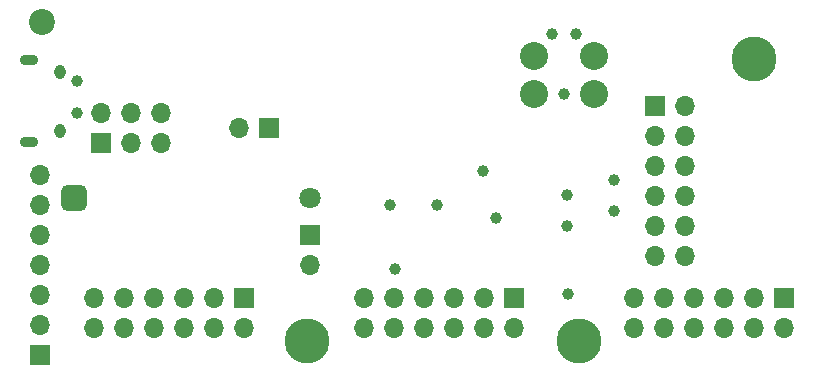
<source format=gbr>
%TF.GenerationSoftware,KiCad,Pcbnew,7.0.5.1-1-g8f565ef7f0-dirty-deb11*%
%TF.CreationDate,2023-06-14T12:44:05+00:00*%
%TF.ProjectId,kite-nrf52840,6b697465-2d6e-4726-9635-323834302e6b,rev?*%
%TF.SameCoordinates,Original*%
%TF.FileFunction,Soldermask,Bot*%
%TF.FilePolarity,Negative*%
%FSLAX46Y46*%
G04 Gerber Fmt 4.6, Leading zero omitted, Abs format (unit mm)*
G04 Created by KiCad (PCBNEW 7.0.5.1-1-g8f565ef7f0-dirty-deb11) date 2023-06-14 12:44:05*
%MOMM*%
%LPD*%
G01*
G04 APERTURE LIST*
G04 Aperture macros list*
%AMRoundRect*
0 Rectangle with rounded corners*
0 $1 Rounding radius*
0 $2 $3 $4 $5 $6 $7 $8 $9 X,Y pos of 4 corners*
0 Add a 4 corners polygon primitive as box body*
4,1,4,$2,$3,$4,$5,$6,$7,$8,$9,$2,$3,0*
0 Add four circle primitives for the rounded corners*
1,1,$1+$1,$2,$3*
1,1,$1+$1,$4,$5*
1,1,$1+$1,$6,$7*
1,1,$1+$1,$8,$9*
0 Add four rect primitives between the rounded corners*
20,1,$1+$1,$2,$3,$4,$5,0*
20,1,$1+$1,$4,$5,$6,$7,0*
20,1,$1+$1,$6,$7,$8,$9,0*
20,1,$1+$1,$8,$9,$2,$3,0*%
G04 Aperture macros list end*
%ADD10O,1.550000X0.890000*%
%ADD11O,0.950000X1.250000*%
%ADD12R,1.700000X1.700000*%
%ADD13O,1.700000X1.700000*%
%ADD14C,2.374900*%
%ADD15C,0.990600*%
%ADD16C,3.800000*%
%ADD17C,1.000000*%
%ADD18C,2.200000*%
%ADD19RoundRect,0.550000X0.550000X0.550000X-0.550000X0.550000X-0.550000X-0.550000X0.550000X-0.550000X0*%
%ADD20C,1.800000*%
G04 APERTURE END LIST*
D10*
%TO.C,J6*%
X73400000Y-65700000D03*
D11*
X76100000Y-66700000D03*
X76100000Y-71700000D03*
D10*
X73400000Y-72700000D03*
%TD*%
D12*
%TO.C,J12*%
X74365000Y-90700000D03*
D13*
X74365000Y-88160000D03*
X74365000Y-85620000D03*
X74365000Y-83080000D03*
X74365000Y-80540000D03*
X74365000Y-78000000D03*
X74365000Y-75460000D03*
%TD*%
D12*
%TO.C,J3*%
X79575000Y-72750000D03*
D13*
X79575000Y-70210000D03*
X82115000Y-72750000D03*
X82115000Y-70210000D03*
X84655000Y-72750000D03*
X84655000Y-70210000D03*
%TD*%
D14*
%TO.C,J8*%
X116160000Y-68590000D03*
D15*
X118700000Y-68590000D03*
D14*
X121240000Y-68590000D03*
X116160000Y-65415000D03*
X121240000Y-65415000D03*
D15*
X117684000Y-63510000D03*
X119716000Y-63510000D03*
%TD*%
D12*
%TO.C,J4*%
X91630000Y-85875000D03*
D13*
X89090000Y-85875000D03*
X86550000Y-85875000D03*
X84010000Y-85875000D03*
X81470000Y-85875000D03*
X78930000Y-85875000D03*
X91630000Y-88415000D03*
X89090000Y-88415000D03*
X86550000Y-88415000D03*
X84010000Y-88415000D03*
X81470000Y-88415000D03*
X78930000Y-88415000D03*
%TD*%
D12*
%TO.C,J2*%
X137350000Y-85875000D03*
D13*
X134810000Y-85875000D03*
X132270000Y-85875000D03*
X129730000Y-85875000D03*
X127190000Y-85875000D03*
X124650000Y-85875000D03*
X137350000Y-88415000D03*
X134810000Y-88415000D03*
X132270000Y-88415000D03*
X129730000Y-88415000D03*
X127190000Y-88415000D03*
X124650000Y-88415000D03*
%TD*%
D12*
%TO.C,J1*%
X126445000Y-69619000D03*
D13*
X126445000Y-72159000D03*
X126445000Y-74699000D03*
X126445000Y-77239000D03*
X126445000Y-79779000D03*
X126445000Y-82319000D03*
X128985000Y-69619000D03*
X128985000Y-72159000D03*
X128985000Y-74699000D03*
X128985000Y-77239000D03*
X128985000Y-79779000D03*
X128985000Y-82319000D03*
%TD*%
D12*
%TO.C,J7*%
X97225000Y-80540000D03*
D13*
X97225000Y-83080000D03*
%TD*%
D12*
%TO.C,J5*%
X114490000Y-85875000D03*
D13*
X111950000Y-85875000D03*
X109410000Y-85875000D03*
X106870000Y-85875000D03*
X104330000Y-85875000D03*
X101790000Y-85875000D03*
X114490000Y-88415000D03*
X111950000Y-88415000D03*
X109410000Y-88415000D03*
X106870000Y-88415000D03*
X104330000Y-88415000D03*
X101790000Y-88415000D03*
%TD*%
D16*
%TO.C,H3*%
X120000000Y-89500000D03*
%TD*%
%TO.C,H1*%
X134800000Y-65600000D03*
%TD*%
%TO.C,H2*%
X97000000Y-89500000D03*
%TD*%
D17*
%TO.C,TP4*%
X119000000Y-79750000D03*
%TD*%
%TO.C,TP5*%
X122950000Y-78500000D03*
%TD*%
%TO.C,TP7*%
X122950000Y-75900000D03*
%TD*%
%TO.C,TP8*%
X119000000Y-77150000D03*
%TD*%
%TO.C,TP10*%
X111900000Y-75100000D03*
%TD*%
D18*
%TO.C,H4*%
X74500000Y-62500000D03*
%TD*%
D17*
%TO.C,TP11*%
X77500000Y-70200000D03*
%TD*%
D12*
%TO.C,J11*%
X93725000Y-71500000D03*
D13*
X91185000Y-71500000D03*
%TD*%
D17*
%TO.C,TP3*%
X113000000Y-79100000D03*
%TD*%
%TO.C,TP12*%
X77500000Y-67500000D03*
%TD*%
%TO.C,TP6*%
X119100000Y-85500000D03*
%TD*%
%TO.C,TP1*%
X104000000Y-78000000D03*
%TD*%
D19*
%TO.C,BT1*%
X77250000Y-77400000D03*
D20*
X97250000Y-77400000D03*
%TD*%
D17*
%TO.C,TP2*%
X108000000Y-78000000D03*
%TD*%
%TO.C,TP9*%
X104400000Y-83400000D03*
%TD*%
M02*

</source>
